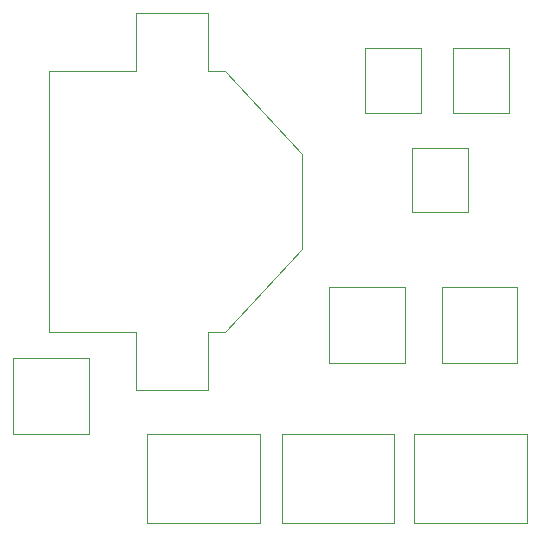
<source format=gbr>
%TF.GenerationSoftware,KiCad,Pcbnew,9.0.0*%
%TF.CreationDate,2025-04-12T09:18:11+08:00*%
%TF.ProjectId,computer,636f6d70-7574-4657-922e-6b696361645f,rev?*%
%TF.SameCoordinates,Original*%
%TF.FileFunction,Other,User*%
%FSLAX46Y46*%
G04 Gerber Fmt 4.6, Leading zero omitted, Abs format (unit mm)*
G04 Created by KiCad (PCBNEW 9.0.0) date 2025-04-12 09:18:11*
%MOMM*%
%LPD*%
G01*
G04 APERTURE LIST*
%ADD10C,0.050000*%
G04 APERTURE END LIST*
D10*
%TO.C,Q3*%
X149770000Y-82460000D02*
X149770000Y-77000000D01*
X149770000Y-82460000D02*
X154510000Y-82460000D01*
X154510000Y-77000000D02*
X149770000Y-77000000D01*
X154510000Y-77000000D02*
X154510000Y-82460000D01*
%TO.C,Power*%
X116020000Y-94790000D02*
X116020000Y-101210000D01*
X116020000Y-101210000D02*
X122450000Y-101210000D01*
X122450000Y-94790000D02*
X116020000Y-94790000D01*
X122450000Y-101210000D02*
X122450000Y-94790000D01*
%TO.C,Battery*%
X119050000Y-92600000D02*
X119050000Y-70500000D01*
X126450000Y-70500000D02*
X119050000Y-70500000D01*
X126450000Y-70500000D02*
X126450000Y-65600000D01*
X126450000Y-92600000D02*
X119050000Y-92600000D01*
X126450000Y-97500000D02*
X126450000Y-92600000D01*
X126450000Y-97500000D02*
X132550000Y-97500000D01*
X132550000Y-65600000D02*
X126450000Y-65600000D01*
X132550000Y-70500000D02*
X132550000Y-65600000D01*
X132550000Y-70500000D02*
X133950000Y-70500000D01*
X132550000Y-92600000D02*
X133950000Y-92600000D01*
X132550000Y-97500000D02*
X132550000Y-92600000D01*
X133950000Y-92600000D02*
X140500000Y-85550000D01*
X140500000Y-77550000D02*
X133950000Y-70500000D01*
X140500000Y-85550000D02*
X140500000Y-77550000D01*
%TO.C,AND Input A*%
X127385000Y-101250000D02*
X127635000Y-101250000D01*
X127385000Y-101500000D02*
X127385000Y-101250000D01*
X127385000Y-108500000D02*
X127385000Y-101500000D01*
X127385000Y-108500000D02*
X127385000Y-108750000D01*
X127385000Y-108750000D02*
X127635000Y-108750000D01*
X127635000Y-101250000D02*
X136635000Y-101250000D01*
X136635000Y-101250000D02*
X136885000Y-101250000D01*
X136635000Y-108750000D02*
X127635000Y-108750000D01*
X136635000Y-108750000D02*
X136885000Y-108750000D01*
X136885000Y-101250000D02*
X136885000Y-101500000D01*
X136885000Y-101500000D02*
X136885000Y-108500000D01*
X136885000Y-108750000D02*
X136885000Y-108500000D01*
%TO.C,Q1*%
X145770000Y-74000000D02*
X145770000Y-68540000D01*
X145770000Y-74000000D02*
X150510000Y-74000000D01*
X150510000Y-68540000D02*
X145770000Y-68540000D01*
X150510000Y-68540000D02*
X150510000Y-74000000D01*
%TO.C,AND Input B*%
X138750000Y-101250000D02*
X139000000Y-101250000D01*
X138750000Y-101500000D02*
X138750000Y-101250000D01*
X138750000Y-108500000D02*
X138750000Y-101500000D01*
X138750000Y-108500000D02*
X138750000Y-108750000D01*
X138750000Y-108750000D02*
X139000000Y-108750000D01*
X139000000Y-101250000D02*
X148000000Y-101250000D01*
X148000000Y-101250000D02*
X148250000Y-101250000D01*
X148000000Y-108750000D02*
X139000000Y-108750000D01*
X148000000Y-108750000D02*
X148250000Y-108750000D01*
X148250000Y-101250000D02*
X148250000Y-101500000D01*
X148250000Y-101500000D02*
X148250000Y-108500000D01*
X148250000Y-108750000D02*
X148250000Y-108500000D01*
%TO.C,NOT Input*%
X150000000Y-101250000D02*
X150250000Y-101250000D01*
X150000000Y-101500000D02*
X150000000Y-101250000D01*
X150000000Y-108500000D02*
X150000000Y-101500000D01*
X150000000Y-108500000D02*
X150000000Y-108750000D01*
X150000000Y-108750000D02*
X150250000Y-108750000D01*
X150250000Y-101250000D02*
X159250000Y-101250000D01*
X159250000Y-101250000D02*
X159500000Y-101250000D01*
X159250000Y-108750000D02*
X150250000Y-108750000D01*
X159250000Y-108750000D02*
X159500000Y-108750000D01*
X159500000Y-101250000D02*
X159500000Y-101500000D01*
X159500000Y-101500000D02*
X159500000Y-108500000D01*
X159500000Y-108750000D02*
X159500000Y-108500000D01*
%TO.C,AND Output*%
X142790000Y-88790000D02*
X142790000Y-95210000D01*
X142790000Y-95210000D02*
X149220000Y-95210000D01*
X149220000Y-88790000D02*
X142790000Y-88790000D01*
X149220000Y-95210000D02*
X149220000Y-88790000D01*
%TO.C,Q2*%
X153270000Y-74040000D02*
X153270000Y-68580000D01*
X153270000Y-74040000D02*
X158010000Y-74040000D01*
X158010000Y-68580000D02*
X153270000Y-68580000D01*
X158010000Y-68580000D02*
X158010000Y-74040000D01*
%TO.C,NOT Output*%
X152290000Y-88790000D02*
X152290000Y-95210000D01*
X152290000Y-95210000D02*
X158720000Y-95210000D01*
X158720000Y-88790000D02*
X152290000Y-88790000D01*
X158720000Y-95210000D02*
X158720000Y-88790000D01*
%TD*%
M02*

</source>
